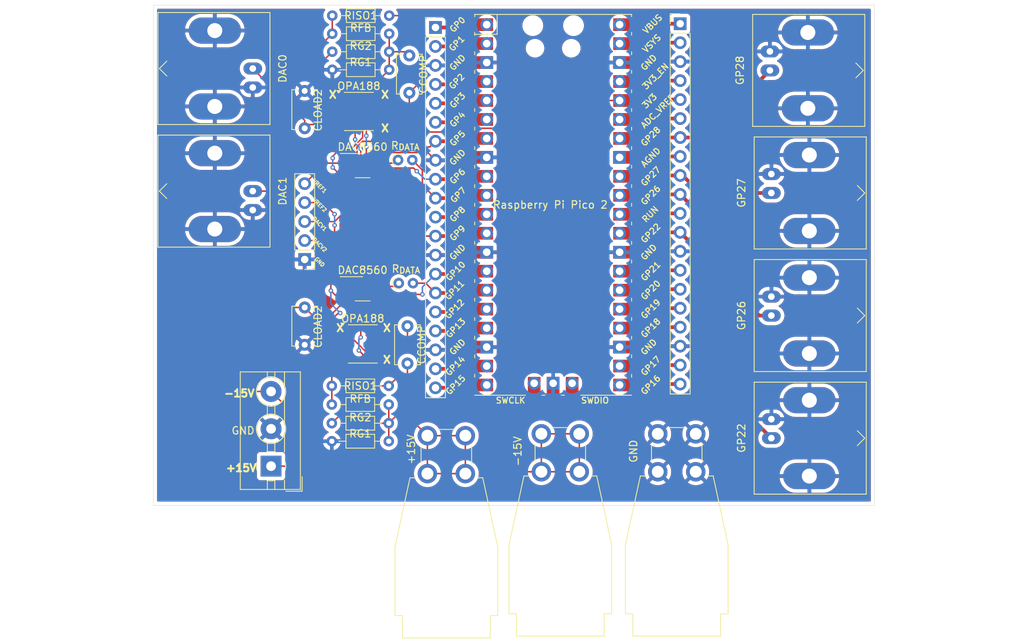
<source format=kicad_pcb>
(kicad_pcb (version 20240108) (generator "pcbnew") (generator_version "8.0")
  (layers (0 "F.Cu" signal) (31 "B.Cu" signal) (34 "B.Paste" user) (35 "F.Paste" user) (36 "B.SilkS" user "B.Silkscreen") (37 "F.SilkS" user "F.Silkscreen") (38 "B.Mask" user) (39 "F.Mask" user) (44 "Edge.Cuts" user))
  (net 0 "")
  (net 1 "GND")
  (footprint "Resistor_THT:R_Axial_DIN0204_L3.6mm_D1.6mm_P7.62mm_Horizontal" (layer "F.Cu") (at 122.81 82.913 180)
    (property "Reference" "RG1")
    (property "Value" " ")
  )
  (footprint "Connector:CalTest_CT3151" (layer "F.Cu") (at 143.17 136.75 90)
    (property "Reference" "-15V")
    (property "Value" "CalTest_CT3151" (hide yes))
  )
  (footprint "Resistor_THT:R_Axial_DIN0204_L3.6mm_D1.6mm_P7.62mm_Horizontal" (layer "F.Cu") (at 115.13 125.25)
    (property "Reference" "RISO1")
    (property "Value" " ")
  )
  (footprint "CustomFootprint:Untitled3" (layer "F.Cu") (at 100 115 -90)
    (property "Reference" "G***" (hide yes))
    (property "Value" "LOGO" (hide yes))
  )
  (footprint "Package_SO:VSSOP-8_3.0x3.0mm_P0.65mm" (layer "F.Cu") (at 119.25 95.75)
    (property "Reference" "DAC8560")
    (property "Value" " ")
  )
  (footprint "Resistor_THT:R_Axial_DIN0204_L3.6mm_D1.6mm_P7.62mm_Horizontal" (layer "F.Cu") (at 122.75 132.663 180)
    (property "Reference" "RG1")
    (property "Value" " ")
  )
  (footprint "Package_SO:VSSOP-8_3.0x3.0mm_P0.65mm" (layer "F.Cu") (at 119.25 112.25)
    (property "Reference" "DAC8560")
    (property "Value" " ")
  )
  (footprint "Capacitor_THT:C_Disc_D5.1mm_W3.2mm_P5.00mm" (layer "F.Cu") (at 111.5 119.75 90)
    (property "Reference" "CLOAD2")
    (property "Value" " ")
  )
  (footprint "Resistor_THT:R_Axial_DIN0204_L3.6mm_D1.6mm_P7.62mm_Horizontal" (layer "F.Cu") (at 122.75 127.75 180)
    (property "Reference" "RFB")
    (property "Value" " ")
  )
  (footprint "Connector_Coaxial:BNC_Amphenol_B6252HB-NPP3G-50_Horizontal" (layer "F.Cu") (at 173.75 83 -90)
    (property "Reference" "GP28")
    (property "Value" "BNC_Amphenol_B6252HB-NPP3G-50_Horizontal" (hide yes))
  )
  (footprint "Resistor_THT:R_Axial_DIN0204_L3.6mm_D1.6mm_P7.62mm_Horizontal" (layer "F.Cu") (at 122.75 130.25 180)
    (property "Reference" "RG2")
    (property "Value" " ")
  )
  (footprint "Connector_Coaxial:BNC_Amphenol_B6252HB-NPP3G-50_Horizontal" (layer "F.Cu") (at 173.95 99.416666 -90)
    (property "Reference" "GP27")
    (property "Value" "BNC_Amphenol_B6252HB-NPP3G-50_Horizontal" (hide yes))
  )
  (footprint "Package_SO:SOIC-8_3.9x4.9mm_P1.27mm" (layer "F.Cu") (at 118.75 88.5)
    (property "Reference" "OPA188")
    (property "Value" "SOIC-8_3.9x4.9mm_P1.27mm" (hide yes))
  )
  (footprint "Resistor_THT:R_Axial_DIN0204_L3.6mm_D1.6mm_P7.62mm_Horizontal" (layer "F.Cu") (at 122.81 78.087 180)
    (property "Reference" "RFB")
    (property "Value" " ")
  )
  (footprint "Connector:CalTest_CT3151" (layer "F.Cu") (at 158.75 136.75 90)
    (property "Reference" "GND")
    (property "Value" "CalTest_CT3151" (hide yes))
  )
  (footprint "Capacitor_THT:C_Disc_D5.1mm_W3.2mm_P5.00mm" (layer "F.Cu") (at 125.5 86 90)
    (property "Reference" "CCOMP")
    (property "Value" " ")
  )
  (footprint "Connector_Coaxial:BNC_Amphenol_B6252HB-NPP3G-50_Horizontal" (layer "F.Cu") (at 104.55 99.166668 90)
    (property "Reference" "DAC1")
    (property "Value" "BNC_Amphenol_B6252HB-NPP3G-50_Horizontal" (hide yes))
  )
  (footprint "MCU_RaspberryPi_and_Boards:RPi_Pico_SMD_TH" (layer "F.Cu") (at 144.75 101)
    (property "Reference" "Raspberry Pi Pico 2 ")
    (property "Value" "Raspberry Pi Pico 2 ")
  )
  (footprint "Connector:CalTest_CT3151" (layer "F.Cu") (at 127.92 137 90)
    (property "Reference" "+15V")
    (property "Value" "CalTest_CT3151" (hide yes))
  )
  (footprint "Resistor_THT:R_Axial_DIN0204_L3.6mm_D1.6mm_P7.62mm_Horizontal" (layer "F.Cu") (at 122.81 80.5 180)
    (property "Reference" "RG2")
    (property "Value" " ")
  )
  (footprint "Connector_PinHeader_2.54mm:PinHeader_1x20_P2.54mm_Vertical" (layer "F.Cu") (at 161.75 76.75)
    (property "Reference" " ")
    (property "Value" " ")
  )
  (footprint "TerminalBlock:TerminalBlock_MaiXu_MX126-5.0-03P_1x03_P5.00mm" (layer "F.Cu") (at 107 136 90)
    (property "Reference" "REF**" (hide yes))
    (property "Value" "TerminalBlock_MaiXu_MX126-5.0-03P_1x03_P5.00mm" (hide yes))
  )
  (footprint "Connector_Coaxial:BNC_Amphenol_B6252HB-NPP3G-50_Horizontal" (layer "F.Cu") (at 173.95 132.25 -90)
    (property "Reference" "GP22")
    (property "Value" "BNC_Amphenol_B6252HB-NPP3G-50_Horizontal" (hide yes))
  )
  (footprint "Capacitor_THT:C_Disc_D5.1mm_W3.2mm_P5.00mm" (layer "F.Cu") (at 125.25 122.25 90)
    (property "Reference" "CCOMP")
    (property "Value" " ")
  )
  (footprint "Capacitor_THT:C_Disc_D5.1mm_W3.2mm_P5.00mm" (layer "F.Cu") (at 111.5 90.75 90)
    (property "Reference" "CLOAD2")
    (property "Value" " ")
  )
  (footprint "Resistor_THT:R_Axial_DIN0204_L3.6mm_D1.6mm_P1.90mm_Vertical" (layer "F.Cu") (at 124 95)
    (property "Reference" "R_{DATA}")
    (property "Value" "R_Axial_DIN0204_L3.6mm_D1.6mm_P1.90mm_Vertical" (hide yes))
  )
  (footprint "Connector_PinHeader_2.54mm:PinHeader_1x20_P2.54mm_Vertical" (layer "F.Cu") (at 129 77.25)
    (property "Reference" " ")
    (property "Value" " ")
  )
  (footprint "Connector_Coaxial:BNC_Amphenol_B6252HB-NPP3G-50_Horizontal" (layer "F.Cu") (at 104.55 82.75 90)
    (property "Reference" "DAC0")
    (property "Value" "BNC_Amphenol_B6252HB-NPP3G-50_Horizontal" (hide yes))
  )
  (footprint "Resistor_THT:R_Axial_DIN0204_L3.6mm_D1.6mm_P7.62mm_Horizontal" (layer "F.Cu") (at 115.19 75.663)
    (property "Reference" "RISO1")
    (property "Value" " ")
  )
  (footprint "Connector_PinHeader_2.54mm:PinHeader_1x05_P2.54mm_Vertical" (layer "F.Cu") (at 111.5 108.325 180)
    (property "Reference" " ")
    (property "Value" " ")
  )
  (footprint "Connector_Coaxial:BNC_Amphenol_B6252HB-NPP3G-50_Horizontal" (layer "F.Cu") (at 173.95 115.833332 -90)
    (property "Reference" "GP26")
    (property "Value" "BNC_Amphenol_B6252HB-NPP3G-50_Horizontal" (hide yes))
  )
  (footprint "Package_SO:SOIC-8_3.9x4.9mm_P1.27mm" (layer "F.Cu") (at 119.275 119.635)
    (property "Reference" "OPA188")
    (property "Value" "SOIC-8_3.9x4.9mm_P1.27mm" (hide yes))
  )
  (footprint "Resistor_THT:R_Axial_DIN0204_L3.6mm_D1.6mm_P1.90mm_Vertical" (layer "F.Cu") (at 124.095 111.5)
    (property "Reference" "R_{DATA}")
    (property "Value" "R_Axial_DIN0204_L3.6mm_D1.6mm_P1.90mm_Vertical" (hide yes))
  )
  (gr_rect (start 91.25 74.25) (end 187.75 141.25) (stroke (width 0.05)) (fill none) (layer "Edge.Cuts"))
  (gr_text "LOGAN WALKER, CAI LAB, UM\n" (at 97.25 130.25 -90) (layer "F.Cu") (effects (font (size 0.75 0.75) (thickness 0.1875))))
  (gr_text "SimpleDAC Rev. 3 (06/09/25)" (at 99.024 130.25 270) (layer "F.Cu") (effects (font (size 0.75 0.75) (thickness 0.1875))))
  (gr_text "X" (at 115.25 86.25 0) (layer "F.SilkS") (effects (font (size 1 1) (thickness 0.25))))
  (gr_text "DACV1" (at 113.5 103.58 -45) (layer "F.SilkS") (effects (font (size 0.5 0.5) (thickness 0.125))))
  (gr_text "VREF1" (at 113.5 98.5 -45) (layer "F.SilkS") (effects (font (size 0.5 0.5) (thickness 0.125))))
  (gr_text "GND" (at 113.5 108.66 -45) (layer "F.SilkS") (effects (font (size 0.5 0.5) (thickness 0.125))))
  (gr_text "X" (at 116.25 117.5 0) (layer "F.SilkS") (effects (font (size 1 1) (thickness 0.25))))
  (gr_text "-15V" (at 102.75 126.25 0) (layer "F.SilkS") (effects (font (size 1 1) (thickness 0.25))))
  (gr_text "X" (at 122.25 86.25 0) (layer "F.SilkS") (effects (font (size 1 1) (thickness 0.25))))
  (gr_text "VREF2" (at 113.5 101.04 -45) (layer "F.SilkS") (effects (font (size 0.5 0.5) (thickness 0.125))))
  (gr_text "X" (at 122.5 121.75 0) (layer "F.SilkS") (effects (font (size 1 1) (thickness 0.25))))
  (gr_text "+15V" (at 103 136.25 0) (layer "F.SilkS") (effects (font (size 1 1) (thickness 0.25))))
  (gr_text "X" (at 122.25 90.75 0) (layer "F.SilkS") (effects (font (size 1 1) (thickness 0.25))))
  (gr_text "DACV2" (at 113.5 106.374 -45) (layer "F.SilkS") (effects (font (size 0.5 0.5) (thickness 0.125))))
  (gr_text "X" (at 122.5 117.5 0) (layer "F.SilkS") (effects (font (size 1 1) (thickness 0.25))))
  (gr_text "GND\n" (at 103.25 131.25 0) (layer "F.SilkS") (effects (font (size 1 1))))
  (segment (start 129 125.51) (end 135.48 125.51) (width 0.5) (layer "F.Cu") (net 0))
  (segment (start 114.25 121) (end 116.5 123.25) (width 0.2) (layer "F.Cu") (net 0))
  (segment (start 120.135 87.865) (end 121.225 87.865) (width 0.2) (layer "F.Cu") (net 0))
  (segment (start 120.25 124) (end 121.5 125.25) (width 0.2) (layer "F.Cu") (net 0))
  (segment (start 135.48 87.41) (end 135.86 87.03) (width 0.5) (layer "F.Cu") (net 0))
  (segment (start 121.225 89.135) (end 124.615 89.135) (width 0.2) (layer "F.Cu") (net 0))
  (segment (start 153.64 109.89) (end 154.89 109.89) (width 0.5) (layer "F.Cu") (net 0))
  (segment (start 121.5 125.25) (end 122.75 125.25) (width 0.2) (layer "F.Cu") (net 0))
  (segment (start 124.159 121.341) (end 123.75 121.75) (width 0.2) (layer "F.Cu") (net 0))
  (segment (start 120.5 110.5) (end 121.37787 110.5) (width 0.2) (layer "F.Cu") (net 0))
  (segment (start 118 134.25) (end 119.25 133) (width 0.2) (layer "F.Cu") (net 0))
  (segment (start 121.75 119) (end 120.25 119) (width 0.2) (layer "F.Cu") (net 0))
  (segment (start 153.64 122.59) (end 153.76 122.47) (width 0.5) (layer "F.Cu") (net 0))
  (segment (start 161.75 102.15) (end 153.76 102.15) (width 0.5) (layer "F.Cu") (net 0))
  (segment (start 124.925 96.075) (end 126.075 96.075) (width 0.2) (layer "F.Cu") (net 0))
  (segment (start 132 91.25) (end 132.5 90.75) (width 0.2) (layer "F.Cu") (net 0))
  (segment (start 129 117.89) (end 135.48 117.89) (width 0.5) (layer "F.Cu") (net 0))
  (segment (start 153.76 117.39) (end 161.75 117.39) (width 0.5) (layer "F.Cu") (net 0))
  (segment (start 120.25 113) (end 120.25 110.75) (width 0.2) (layer "F.Cu") (net 0))
  (segment (start 115.5 106.25) (end 115.5 103.75) (width 0.2) (layer "F.Cu") (net 0))
  (segment (start 153.64 112.43) (end 153.76 112.31) (width 0.5) (layer "F.Cu") (net 0))
  (segment (start 116.25 103.5) (end 118.5 101.25) (width 0.2) (layer "F.Cu") (net 0))
  (segment (start 135.48 79.79) (end 135.86 79.41) (width 0.5) (layer "F.Cu") (net 0))
  (segment (start 119.75 120.75) (end 118 119) (width 0.2) (layer "F.Cu") (net 0))
  (segment (start 127.25 96.35) (end 127.25 96.5) (width 0.2) (layer "F.Cu") (net 0))
  (segment (start 153.76 97.07) (end 153.64 97.19) (width 0.5) (layer "F.Cu") (net 0))
  (segment (start 122.81 78.087) (end 122.81 80.5) (width 0.2) (layer "F.Cu") (net 0))
  (segment (start 113.25 132.25) (end 113.25 133.25) (width 0.2) (layer "F.Cu") (net 0))
  (segment (start 122.81 82.913) (end 120.223 85.5) (width 0.2) (layer "F.Cu") (net 0))
  (segment (start 153.76 102.15) (end 153.64 102.27) (width 0.5) (layer "F.Cu") (net 0))
  (segment (start 135.48 100.11) (end 135.86 99.73) (width 0.5) (layer "F.Cu") (net 0))
  (segment (start 125.413 75.663) (end 127 77.25) (width 0.2) (layer "F.Cu") (net 0))
  (segment (start 148.25 136.75) (end 148.25 131.67) (width 0.2) (layer "F.Cu") (net 0))
  (segment (start 120.475 113.225) (end 120.25 113) (width 0.2) (layer "F.Cu") (net 0))
  (segment (start 129 105.19) (end 135.48 105.19) (width 0.5) (layer "F.Cu") (net 0))
  (segment (start 115.25 94.75) (end 115.25 94.5) (width 0.2) (layer "F.Cu") (net 0))
  (segment (start 117.905 90.405) (end 118.25 90.75) (width 0.2) (layer "F.Cu") (net 0))
  (segment (start 117.05 111.925) (end 115.925 111.925) (width 0.2) (layer "F.Cu") (net 0))
  (segment (start 113.5 121) (end 113.5 116.75) (width 0.2) (layer "F.Cu") (net 0))
  (segment (start 115.19 80.5) (end 114 81.69) (width 0.2) (layer "F.Cu") (net 0))
  (segment (start 114 93.75) (end 114 95.665) (width 0.2) (layer "F.Cu") (net 0))
  (segment (start 118.25 87.25) (end 117.635 87.865) (width 0.2) (layer "F.Cu") (net 0))
  (segment (start 123.5 118.5) (end 123.5 116.25) (width 0.2) (layer "F.Cu") (net 0))
  (segment (start 127.92 131.92) (end 133 131.92) (width 0.2) (layer "F.Cu") (net 0))
  (segment (start 126.075 96.075) (end 126.5 96.5) (width 0.2) (layer "F.Cu") (net 0))
  (segment (start 128.24 93.25) (end 129 92.49) (width 0.2) (layer "F.Cu") (net 0))
  (segment (start 161.75 104.69) (end 170.5 113.44) (width 0.5) (layer "F.Cu") (net 0))
  (segment (start 135.48 125.51) (end 135.86 125.13) (width 0.5) (layer "F.Cu") (net 0))
  (segment (start 171.75 109.61) (end 171.75 115.25) (width 0.5) (layer "F.Cu") (net 0))
  (segment (start 153.76 104.69) (end 161.75 104.69) (width 0.5) (layer "F.Cu") (net 0))
  (segment (start 121.75 120.27) (end 120.48 120.27) (width 0.2) (layer "F.Cu") (net 0))
  (segment (start 111.5 90.75) (end 111.5 89.7) (width 0.2) (layer "F.Cu") (net 0))
  (segment (start 107.75 100.25) (end 107.75 113.5) (width 0.2) (layer "F.Cu") (net 0))
  (segment (start 118.25 92.25) (end 118.25 90.75) (width 0.2) (layer "F.Cu") (net 0))
  (segment (start 135.48 105.19) (end 135.86 104.81) (width 0.5) (layer "F.Cu") (net 0))
  (segment (start 122.825 112.575) (end 123.25 113) (width 0.2) (layer "F.Cu") (net 0))
  (segment (start 121.45 96.075) (end 124.925 96.075) (width 0.2) (layer "F.Cu") (net 0))
  (segment (start 123.75 121.75) (end 123.75 124.25) (width 0.2) (layer "F.Cu") (net 0))
  (segment (start 153.76 89.45) (end 153.64 89.57) (width 0.5) (layer "F.Cu") (net 0))
  (segment (start 115.75 94) (end 117.25 94) (width 0.2) (layer "F.Cu") (net 0))
  (segment (start 126.5 92.5) (end 127.75 91.25) (width 0.2) (layer "F.Cu") (net 0))
  (segment (start 153.64 104.81) (end 153.76 104.69) (width 0.5) (layer "F.Cu") (net 0))
  (segment (start 120.25 130.25) (end 119.75 129.75) (width 0.2) (layer "F.Cu") (net 0))
  (segment (start 161.75 91.99) (end 164.76 91.99) (width 0.5) (layer "F.Cu") (net 0))
  (segment (start 129 77.25) (end 135.48 77.25) (width 0.5) (layer "F.Cu") (net 0))
  (segment (start 115.13 125.25) (end 115.13 122.63) (width 0.2) (layer "F.Cu") (net 0))
  (segment (start 118.5 93.25) (end 118.875 92.875) (width 0.2) (layer "F.Cu") (net 0))
  (segment (start 153.64 117.51) (end 153.76 117.39) (width 0.5) (layer "F.Cu") (net 0))
  (segment (start 103.75 127) (end 104.75 126) (width 0.2) (layer "F.Cu") (net 0))
  (segment (start 153.76 94.53) (end 153.64 94.65) (width 0.5) (layer "F.Cu") (net 0))
  (segment (start 123 119) (end 123.5 118.5) (width 0.2) (layer "F.Cu") (net 0))
  (segment (start 107 136) (end 122.5 136) (width 0.2) (layer "F.Cu") (net 0))
  (segment (start 164.76 91.99) (end 173.75 83) (width 0.5) (layer "F.Cu") (net 0))
  (segment (start 115 107) (end 115 112.5) (width 0.2) (layer "F.Cu") (net 0))
  (segment (start 114.25 134.25) (end 118 134.25) (width 0.2) (layer "F.Cu") (net 0))
  (segment (start 117.05 112.575) (end 117.05 113.225) (width 0.2) (layer "F.Cu") (net 0))
  (segment (start 161.75 97.07) (end 162.07 97.07) (width 0.5) (layer "F.Cu") (net 0))
  (segment (start 127.25 98.36) (end 129 100.11) (width 0.2) (layer "F.Cu") (net 0))
  (segment (start 135.48 84.87) (end 135.86 84.49) (width 0.5) (layer "F.Cu") (net 0))
  (segment (start 120.725 96.725) (end 120.25 96.25) (width 0.2) (layer "F.Cu") (net 0))
  (segment (start 135.48 97.57) (end 135.86 97.19) (width 0.5) (layer "F.Cu") (net 0))
  (segment (start 170.5 128.8) (end 173.95 132.25) (width 0.5) (layer "F.Cu") (net 0))
  (segment (start 115 119.75) (end 115 116.5) (width 0.2) (layer "F.Cu") (net 0))
  (segment (start 113.25 90) (end 113 90.25) (width 0.2) (layer "F.Cu") (net 0))
  (segment (start 122.81 80.5) (end 125 80.5) (width 0.2) (layer "F.Cu") (net 0))
  (segment (start 153.64 84.49) (end 153.76 84.37) (width 0.5) (layer "F.Cu") (net 0))
  (segment (start 125.5 129.5) (end 125.5 129) (width 0.2) (layer "F.Cu") (net 0))
  (segment (start 120.48 120.27) (end 120.25 120.5) (width 0.2) (layer "F.Cu") (net 0))
  (segment (start 129 115.35) (end 135.48 115.35) (width 0.5) (layer "F.Cu") (net 0))
  (segment (start 127.75 91.25) (end 132 91.25) (width 0.2) (layer "F.Cu") (net 0))
  (segment (start 127.92 137) (end 127.92 131.92) (width 0.2) (layer "F.Cu") (net 0))
  (segment (start 153.64 114.97) (end 154.72 114.97) (width 0.5) (layer "F.Cu") (net 0))
  (segment (start 115.975 96.725) (end 115.25 96) (width 0.2) (layer "F.Cu") (net 0))
  (segment (start 121.45 113.225) (end 120.475 113.225) (width 0.2) (layer "F.Cu") (net 0))
  (segment (start 118.5 94) (end 118.5 93.25) (width 0.2) (layer "F.Cu") (net 0))
  (segment (start 120.25 94.425) (end 121.175 93.5) (width 0.2) (layer "F.Cu") (net 0))
  (segment (start 113.25 133.25) (end 114.25 134.25) (width 0.2) (layer "F.Cu") (net 0))
  (segment (start 122.81 82.913) (end 122.81 80.5) (width 0.2) (layer "F.Cu") (net 0))
  (segment (start 135.48 77.25) (end 135.86 76.87) (width 0.5) (layer "F.Cu") (net 0))
  (segment (start 118.25 86) (end 118.25 87.25) (width 0.2) (layer "F.Cu") (net 0))
  (segment (start 129 87.41) (end 135.48 87.41) (width 0.5) (layer "F.Cu") (net 0))
  (segment (start 111.5 105.785) (end 113.785 105.785) (width 0.2) (layer "F.Cu") (net 0))
  (segment (start 123.75 124.25) (end 122.75 125.25) (width 0.2) (layer "F.Cu") (net 0))
  (segment (start 116.5 123.25) (end 116.5 128.88) (width 0.2) (layer "F.Cu") (net 0))
  (segment (start 129 110.27) (end 135.48 110.27) (width 0.5) (layer "F.Cu") (net 0))
  (segment (start 122.75 127.75) (end 122.75 130.25) (width 0.2) (layer "F.Cu") (net 0))
  (segment (start 117.725 94.775) (end 118.5 94) (width 0.2) (layer "F.Cu") (net 0))
  (segment (start 143.17 136.75) (end 148.25 136.75) (width 0.2) (layer "F.Cu") (net 0))
  (segment (start 134.75 139.5) (end 105.25 139.5) (width 0.2) (layer "F.Cu") (net 0))
  (segment (start 161.75 99.61) (end 171.75 109.61) (width 0.5) (layer "F.Cu") (net 0))
  (segment (start 135.48 102.65) (end 135.86 102.27) (width 0.5) (layer "F.Cu") (net 0))
  (segment (start 125.5 88.25) (end 125.5 86) (width 0.2) (layer "F.Cu") (net 0))
  (segment (start 121.175 93.5) (end 127.75 93.5) (width 0.2) (layer "F.Cu") (net 0))
  (segment (start 119.25 92.5) (end 120 92.5) (width 0.2) (layer "F.Cu") (net 0))
  (segment (start 106.666668 99.166668) (end 107.75 100.25) (width 0.2) (layer "F.Cu") (net 0))
  (segment (start 118.5 114) (end 118.25 114.25) (width 0.2) (layer "F.Cu") (net 0))
  (segment (start 161.75 89.45) (end 153.76 89.45) (width 0.5) (layer "F.Cu") (net 0))
  (segment (start 153.76 86.91) (end 153.64 87.03) (width 0.5) (layer "F.Cu") (net 0))
  (segment (start 113.785 105.785) (end 115 107) (width 0.2) (layer "F.Cu") (net 0))
  (segment (start 117.05 101.25) (end 117.05 101.7) (width 0.2) (layer "F.Cu") (net 0))
  (segment (start 124.615 89.135) (end 125.5 88.25) (width 0.2) (layer "F.Cu") (net 0))
  (segment (start 109 114.75) (end 111.5 114.75) (width 0.2) (layer "F.Cu") (net 0))
  (segment (start 118 119) (end 116.8 119) (width 0.2) (layer "F.Cu") (net 0))
  (segment (start 118.5 112.25) (end 118.5 114) (width 0.2) (layer "F.Cu") (net 0))
  (segment (start 135.48 122.97) (end 135.86 122.59) (width 0.5) (layer "F.Cu") (net 0))
  (segment (start 161.75 99.61) (end 153.76 99.61) (width 0.5) (layer "F.Cu") (net 0))
  (segment (start 118.5 101.25) (end 118.5 94.75) (width 0.2) (layer "F.Cu") (net 0))
  (segment (start 119.25 121) (end 118.75 120.5) (width 0.2) (layer "F.Cu") (net 0))
  (segment (start 121.45 96.725) (end 120.725 96.725) (width 0.2) (layer "F.Cu") (net 0))
  (segment (start 120.25 110.75) (end 120.5 110.5) (width 0.2) (layer "F.Cu") (net 0))
  (segment (start 135.48 110.27) (end 135.86 109.89) (width 0.5) (layer "F.Cu") (net 0))
  (segment (start 119 122.5) (end 118.04 121.54) (width 0.2) (layer "F.Cu") (net 0))
  (segment (start 126.75 127.75) (end 125.5 129) (width 0.2) (layer "F.Cu") (net 0))
  (segment (start 116.5 114.25) (end 114.25 116.5) (width 0.2) (layer "F.Cu") (net 0))
  (segment (start 115 116.5) (end 116 115.5) (width 0.2) (layer "F.Cu") (net 0))
  (segment (start 121.45 111.925) (end 123.67 111.925) (width 0.2) (layer "F.Cu") (net 0))
  (segment (start 129 84.87) (end 135.48 84.87) (width 0.5) (layer "F.Cu") (net 0))
  (segment (start 125.995 111.5) (end 127.69 111.5) (width 0.2) (layer "F.Cu") (net 0))
  (segment (start 120.25 119) (end 119.75 118.5) (width 0.2) (layer "F.Cu") (net 0))
  (segment (start 115.13 125.25) (end 115.13 127.75) (width 0.2) (layer "F.Cu") (net 0))
  (segment (start 125 80.5) (end 125.5 81) (width 0.2) (layer "F.Cu") (net 0))
  (segment (start 127 84.5) (end 125.5 86) (width 0.2) (layer "F.Cu") (net 0))
  (segment (start 127.75 93.5) (end 128 93.25) (width 0.2) (layer "F.Cu") (net 0))
  (segment (start 129 102.65) (end 135.48 102.65) (width 0.5) (layer "F.Cu") (net 0))
  (segment (start 119.25 122.5) (end 119 122.5) (width 0.2) (layer "F.Cu") (net 0))
  (segment (start 121.45 95.425) (end 123.575 95.425) (width 0.2) (layer "F.Cu") (net 0))
  (segment (start 113.0825 96.5825) (end 111.5 98.165) (width 0.2) (layer "F.Cu") (net 0))
  (segment (start 153.76 76.75) (end 161.75 76.75) (width 0.5) (layer "F.Cu") (net 0))
  (segment (start 154.89 109.89) (end 155.01 109.77) (width 0.5) (layer "F.Cu") (net 0))
  (segment (start 122.75 130.25) (end 125.25 127.75) (width 0.2) (layer "F.Cu") (net 0))
  (segment (start 104.55 99.166668) (end 106.666668 99.166668) (width 0.2) (layer "F.Cu") (net 0))
  (segment (start 135.48 115.35) (end 135.86 114.97) (width 0.5) (layer "F.Cu") (net 0))
  (segment (start 115.13 122.63) (end 113.5 121) (width 0.2) (layer "F.Cu") (net 0))
  (segment (start 127 77.25) (end 127 84.5) (width 0.2) (layer "F.Cu") (net 0))
  (segment (start 135.48 92.49) (end 135.86 92.11) (width 0.5) (layer "F.Cu") (net 0))
  (segment (start 143.17 131.67) (end 143.17 136.75) (width 0.2) (layer "F.Cu") (net 0))
  (segment (start 113.5 116.75) (end 113.375 116.625) (width 0.2) (layer "F.Cu") (net 0))
  (segment (start 117.05 95.425) (end 114.24 95.425) (width 0.2) (layer "F.Cu") (net 0))
  (segment (start 124.159 120.341) (end 124.159 121.341) (width 0.2) (layer "F.Cu") (net 0))
  (segment (start 129 97.57) (end 135.48 97.57) (width 0.5) (layer "F.Cu") (net 0))
  (segment (start 153.76 122.47) (end 161.75 122.47) (width 0.5) (layer "F.Cu") (net 0))
  (segment (start 118.875 92.875) (end 119.25 92.5) (width 0.2) (layer "F.Cu") (net 0))
  (segment (start 154.84 114.85) (end 161.75 114.85) (width 0.5) (layer "F.Cu") (net 0))
  (segment (start 161.75 97.07) (end 153.76 97.07) (width 0.5) (layer "F.Cu") (net 0))
  (segment (start 114 81.69) (end 114 93.75) (width 0.2) (layer "F.Cu") (net 0))
  (segment (start 127.92 137) (end 133 137) (width 0.2) (layer "F.Cu") (net 0))
  (segment (start 107 126) (end 113.25 132.25) (width 0.2) (layer "F.Cu") (net 0))
  (segment (start 153.76 99.61) (end 153.64 99.73) (width 0.5) (layer "F.Cu") (net 0))
  (segment (start 121.37787 110.5) (end 126.68787 105.19) (width 0.2) (layer "F.Cu") (net 0))
  (segment (start 122.75 130.25) (end 122.75 132.663) (width 0.2) (layer "F.Cu") (net 0))
  (segment (start 107.75 113.5) (end 109 114.75) (width 0.2) (layer "F.Cu") (net 0))
  (segment (start 126.68787 105.19) (end 129 105.19) (width 0.2) (layer "F.Cu") (net 0))
  (segment (start 115.5 106.25) (end 115.5 111.5) (width 0.2) (layer "F.Cu") (net 0))
  (segment (start 124.5 134) (end 124.5 130) (width 0.2) (layer "F.Cu") (net 0))
  (segment (start 115.25 94.5) (end 115.75 94) (width 0.2) (layer "F.Cu") (net 0))
  (segment (start 104.75 126) (end 107 126) (width 0.2) (layer "F.Cu") (net 0))
  (segment (start 135.48 89.95) (end 135.86 89.57) (width 0.5) (layer "F.Cu") (net 0))
  (segment (start 111.5 114.75) (end 113.375 116.625) (width 0.2) (layer "F.Cu") (net 0))
  (segment (start 119.25 122.5) (end 119.25 121) (width 0.2) (layer "F.Cu") (net 0))
  (segment (start 115.19 78.087) (end 113.25 80.027) (width 0.2) (layer "F.Cu") (net 0))
  (segment (start 120.25 96.25) (end 120.25 94.425) (width 0.2) (layer "F.Cu") (net 0))
  (segment (start 126.75 121.75) (end 126.75 121.5) (width 0.2) (layer "F.Cu") (net 0))
  (segment (start 153.64 76.87) (end 153.76 76.75) (width 0.5) (layer "F.Cu") (net 0))
  (segment (start 116.5 128.88) (end 115.13 130.25) (width 0.2) (layer "F.Cu") (net 0))
  (segment (start 154.72 114.97) (end 154.84 114.85) (width 0.5) (layer "F.Cu") (net 0))
  (segment (start 115.5 103.25) (end 115.495 103.245) (width 0.2) (layer "F.Cu") (net 0))
  (segment (start 118.25 114.25) (end 116.5 114.25) (width 0.2) (layer "F.Cu") (net 0))
  (segment (start 119.75 118.5) (end 119.75 93.25) (width 0.2) (layer "F.Cu") (net 0))
  (segment (start 116 115.5) (end 116.25 115.5) (width 0.2) (layer "F.Cu") (net 0))
  (segment (start 143.17 136.75) (end 137.5 136.75) (width 0.2) (layer "F.Cu") (net 0))
  (segment (start 164.416666 99.416666) (end 173.95 99.416666) (width 0.5) (layer "F.Cu") (net 0))
  (segment (start 123.67 111.925) (end 124.095 111.5) (width 0.2) (layer "F.Cu") (net 0))
  (segment (start 117.05 111.925) (end 118.175 111.925) (width 0.2) (layer "F.Cu") (net 0))
  (segment (start 153.76 84.37) (end 161.75 84.37) (width 0.5) (layer "F.Cu") (net 0))
  (segment (start 116.775 111.275) (end 116.25 110.75) (width 0.2) (layer "F.Cu") (net 0))
  (segment (start 117.05 101.7) (end 115.5 103.25) (width 0.2) (layer "F.Cu") (net 0))
  (segment (start 121.75 119) (end 123 119) (width 0.2) (layer "F.Cu") (net 0))
  (segment (start 120.25 120.5) (end 120.25 124) (width 0.2) (layer "F.Cu") (net 0))
  (segment (start 117.635 87.865) (end 116.275 87.865) (width 0.2) (layer "F.Cu") (net 0))
  (segment (start 118.04 121.54) (end 116.8 121.54) (width 0.2) (layer "F.Cu") (net 0))
  (segment (start 119.135 89.135) (end 116.275 89.135) (width 0.2) (layer "F.Cu") (net 0))
  (segment (start 172.333332 115.833332) (end 173.95 115.833332) (width 0.5) (layer "F.Cu") (net 0))
  (segment (start 123.575 95.425) (end 124 95) (width 0.2) (layer "F.Cu") (net 0))
  (segment (start 125.25 119.25) (end 125.25 117.25) (width 0.2) (layer "F.Cu") (net 0))
  (segment (start 116.25 110.75) (end 116.25 103.5) (width 0.2) (layer "F.Cu") (net 0))
  (segment (start 129 92.49) (end 135.48 92.49) (width 0.5) (layer "F.Cu") (net 0))
  (segment (start 118.5 94.75) (end 118.5 94) (width 0.2) (layer "F.Cu") (net 0))
  (segment (start 127.92 131.92) (end 125.5 129.5) (width 0.2) (layer "F.Cu") (net 0))
  (segment (start 151.22 87.03) (end 153.64 87.03) (width 0.2) (layer "F.Cu") (net 0))
  (segment (start 119.75 129.75) (end 119.75 120.75) (width 0.2) (layer "F.Cu") (net 0))
  (segment (start 118.175 111.925) (end 118.5 112.25) (width 0.2) (layer "F.Cu") (net 0))
  (segment (start 155.01 109.77) (end 161.75 109.77) (width 0.5) (layer "F.Cu") (net 0))
  (segment (start 170.5 113.44) (end 170.5 128.8) (width 0.5) (layer "F.Cu") (net 0))
  (segment (start 119.25 89.25) (end 119.135 89.135) (width 0.2) (layer "F.Cu") (net 0))
  (segment (start 161.75 94.53) (end 153.76 94.53) (width 0.5) (layer "F.Cu") (net 0))
  (segment (start 125.25 127.75) (end 125.25 122.25) (width 0.2) (layer "F.Cu") (net 0))
  (segment (start 115 112.5) (end 115.725 113.225) (width 0.2) (layer "F.Cu") (net 0))
  (segment (start 153.76 79.29) (end 161.75 79.29) (width 0.5) (layer "F.Cu") (net 0))
  (segment (start 117.25 94) (end 119.25 92) (width 0.2) (layer "F.Cu") (net 0))
  (segment (start 123.25 113) (end 127.25 113) (width 0.2) (layer "F.Cu") (net 0))
  (segment (start 111.5 100.705) (end 113.955 100.705) (width 0.2) (layer "F.Cu") (net 0))
  (segment (start 119.25 133) (end 119.25 122.5) (width 0.2) (layer "F.Cu") (net 0))
  (segment (start 116.8 120.27) (end 115.52 120.27) (width 0.2) (layer "F.Cu") (net 0))
  (segment (start 137.5 136.75) (end 134.75 139.5) (width 0.2) (layer "F.Cu") (net 0))
  (segment (start 119.75 91.75) (end 119.75 88.25) (width 0.2) (layer "F.Cu") (net 0))
  (segment (start 147.5 90.75) (end 151.22 87.03) (width 0.2) (layer "F.Cu") (net 0))
  (segment (start 124.159 120.341) (end 125.25 119.25) (width 0.2) (layer "F.Cu") (net 0))
  (segment (start 135.48 112.81) (end 135.86 112.43) (width 0.5) (layer "F.Cu") (net 0))
  (segment (start 161.75 91.99) (end 153.76 91.99) (width 0.5) (layer "F.Cu") (net 0))
  (segment (start 113.25 80.027) (end 113.25 90) (width 0.2) (layer "F.Cu") (net 0))
  (segment (start 119.25 92) (end 119.25 89.25) (width 0.2) (layer "F.Cu") (net 0))
  (segment (start 114 95.665) (end 113.0825 96.5825) (width 0.2) (layer "F.Cu") (net 0))
  (segment (start 153.76 91.99) (end 153.64 92.11) (width 0.5) (layer "F.Cu") (net 0))
  (segment (start 121.45 112.575) (end 122.825 112.575) (width 0.2) (layer "F.Cu") (net 0))
  (segment (start 123.5 116.25) (end 124.25 115.5) (width 0.2) (layer "F.Cu") (net 0))
  (segment (start 129 122.97) (end 135.48 122.97) (width 0.5) (layer "F.Cu") (net 0))
  (segment (start 143.17 131.67) (end 148.25 131.67) (width 0.2) (layer "F.Cu") (net 0))
  (segment (start 129 112.81) (end 135.48 112.81) (width 0.5) (layer "F.Cu") (net 0))
  (segment (start 117.05 94.775) (end 117.725 94.775) (width 0.2) (layer "F.Cu") (net 0))
  (segment (start 115.925 111.925) (end 115.5 111.5) (width 0.2) (layer "F.Cu") (net 0))
  (segment (start 129 79.79) (end 135.48 79.79) (width 0.5) (layer "F.Cu") (net 0))
  (segment (start 120.223 85.5) (end 118.75 85.5) (width 0.2) (layer "F.Cu") (net 0))
  (segment (start 105.25 139.5) (end 103.75 138) (width 0.2) (layer "F.Cu") (net 0))
  (segment (start 113.955 100.705) (end 115.5 102.25) (width 0.2) (layer "F.Cu") (net 0))
  (segment (start 133 131.92) (end 133 137) (width 0.2) (layer "F.Cu") (net 0))
  (segment (start 126 115.5) (end 126.75 116.25) (width 0.2) (layer "F.Cu") (net 0))
  (segment (start 153.76 125.01) (end 161.75 125.01) (width 0.5) (layer "F.Cu") (net 0))
  (segment (start 119.75 88.25) (end 120.135 87.865) (width 0.2) (layer "F.Cu") (net 0))
  (segment (start 114.25 116.5) (end 114.25 121) (width 0.2) (layer "F.Cu") (net 0))
  (segment (start 127.69 111.5) (end 129 112.81) (width 0.2) (layer "F.Cu") (net 0))
  (segment (start 122.5 136) (end 124.5 134) (width 0.2) (layer "F.Cu") (net 0))
  (segment (start 122.75 130.25) (end 120.25 130.25) (width 0.2) (layer "F.Cu") (net 0))
  (segment (start 116.275 90.405) (end 117.905 90.405) (width 0.2) (layer "F.Cu") (net 0))
  (segment (start 129 100.11) (end 135.48 100.11) (width 0.5) (layer "F.Cu") (net 0))
  (segment (start 120 92.5) (end 126.5 92.5) (width 0.2) (layer "F.Cu") (net 0))
  (segment (start 128 93.25) (end 128.24 93.25) (width 0.2) (layer "F.Cu") (net 0))
  (segment (start 115.725 113.225) (end 117.05 113.225) (width 0.2) (layer "F.Cu") (net 0))
  (segment (start 135.48 117.89) (end 135.86 117.51) (width 0.5) (layer "F.Cu") (net 0))
  (segment (start 122.81 75.663) (end 125.413 75.663) (width 0.2) (layer "F.Cu") (net 0))
  (segment (start 117.05 96.725) (end 115.975 96.725) (width 0.2) (layer "F.Cu") (net 0))
  (segment (start 112 90.25) (end 111.5 90.75) (width 0.2) (layer "F.Cu") (net 0))
  (segment (start 118.75 85.5) (end 118.25 86) (width 0.2) (layer "F.Cu") (net 0))
  (segment (start 117.05 96.075) (end 117.05 96.725) (width 0.2) (layer "F.Cu") (net 0))
  (segment (start 111.5 89.7) (end 104.55 82.75) (width 0.2) (layer "F.Cu") (net 0))
  (segment (start 115.495 103.245) (end 111.5 103.245) (width 0.2) (layer "F.Cu") (net 0))
  (segment (start 115.52 120.27) (end 115 119.75) (width 0.2) (layer "F.Cu") (net 0))
  (segment (start 115.19 78.087) (end 115.19 75.663) (width 0.2) (layer "F.Cu") (net 0))
  (segment (start 162.07 97.07) (end 164.416666 99.416666) (width 0.5) (layer "F.Cu") (net 0))
  (segment (start 117.05 96.725) (end 117.05 101.25) (width 0.2) (layer "F.Cu") (net 0))
  (segment (start 126.75 116.25) (end 126.75 127.75) (width 0.2) (layer "F.Cu") (net 0))
  (segment (start 114.24 95.425) (end 113.0825 96.5825) (width 0.2) (layer "F.Cu") (net 0))
  (segment (start 113 90.25) (end 112 90.25) (width 0.2) (layer "F.Cu") (net 0))
  (segment (start 129 89.95) (end 135.48 89.95) (width 0.5) (layer "F.Cu") (net 0))
  (segment (start 153.76 112.31) (end 161.75 112.31) (width 0.5) (layer "F.Cu") (net 0))
  (segment (start 171.75 115.25) (end 172.333332 115.833332) (width 0.5) (layer "F.Cu") (net 0))
  (segment (start 161.75 86.91) (end 153.76 86.91) (width 0.5) (layer "F.Cu") (net 0))
  (segment (start 132.5 90.75) (end 147.5 90.75) (width 0.2) (layer "F.Cu") (net 0))
  (segment (start 119 93.5) (end 119 118.75) (width 0.2) (layer "F.Cu") (net 0))
  (segment (start 103.75 138) (end 103.75 127) (width 0.2) (layer "F.Cu") (net 0))
  (segment (start 117.042 120.341) (end 116.091 120.341) (width 0.2) (layer "F.Cu") (net 0))
  (segment (start 124.5 130) (end 125.5 129) (width 0.2) (layer "F.Cu") (net 0))
  (segment (start 153.64 79.41) (end 153.76 79.29) (width 0.5) (layer "F.Cu") (net 0))
  (segment (start 124.25 115.5) (end 126 115.5) (width 0.2) (layer "F.Cu") (net 0))
  (segment (start 125.9 95) (end 127.25 96.35) (width 0.2) (layer "F.Cu") (net 0))
  (segment (start 127.25 96.5) (end 127.25 98.36) (width 0.2) (layer "F.Cu") (net 0))
  (segment (start 153.64 125.13) (end 153.76 125.01) (width 0.5) (layer "F.Cu") (net 0))
  (segment (start 117.05 111.275) (end 116.775 111.275) (width 0.2) (layer "F.Cu") (net 0))
  (via (at 118.25 92.25) (size 0.6) (drill 0.3) (layers "F.Cu" "B.Cu") (net 0))
  (via (at 119 93.5) (size 0.6) (drill 0.3) (layers "F.Cu" "B.Cu") (net 0))
  (via (at 119.75 93.25) (size 0.6) (drill 0.3) (layers "F.Cu" "B.Cu") (net 0))
  (via (at 127.25 113) (size 0.6) (drill 0.3) (layers "F.Cu" "B.Cu") (net 0))
  (via (at 115.5 103.75) (size 0.6) (drill 0.3) (layers "F.Cu" "B.Cu") (net 0))
  (via (at 115 112.5) (size 0.6) (drill 0.3) (layers "F.Cu" "B.Cu") (net 0))
  (via (at 115.25 96) (size 0.6) (drill 0.3) (layers "F.Cu" "B.Cu") (net 0))
  (via (at 116.25 115.5) (size 0.6) (drill 0.3) (layers "F.Cu" "B.Cu") (net 0))
  (via (at 115.25 94.75) (size 0.6) (drill 0.3) (layers "F.Cu" "B.Cu") (net 0))
  (via (at 115.5 102.25) (size 0.6) (drill 0.3) (layers "F.Cu" "B.Cu") (net 0))
  (via (at 126.5 96.5) (size 0.6) (drill 0.3) (layers "F.Cu" "B.Cu") (net 0))
  (via (at 119.75 91.75) (size 0.6) (drill 0.3) (layers "F.Cu" "B.Cu") (net 0))
  (via (at 119 118.75) (size 0.6) (drill 0.3) (layers "F.Cu" "B.Cu") (net 0))
  (via (at 118.75 120.5) (size 0.6) (drill 0.3) (layers "F.Cu" "B.Cu") (net 0))
  (segment (start 118.25 92.25) (end 118.25 92.75) (width 0.2) (layer "B.Cu") (net 0))
  (segment (start 127.25 112.02) (end 129 110.27) (width 0.2) (layer "B.Cu") (net 0))
  (segment (start 116.25 115.5) (end 115 114.25) (width 0.2) (layer "B.Cu") (net 0))
  (segment (start 118.25 92.75) (end 119 93.5) (width 0.2) (layer "B.Cu") (net 0))
  (segment (start 126.5 96.5) (end 127.57 97.57) (width 0.2) (layer "B.Cu") (net 0))
  (segment (start 115.25 96) (end 115.25 94.75) (width 0.2) (layer "B.Cu") (net 0))
  (segment (start 127.25 113) (end 127.25 112.02) (width 0.2) (layer "B.Cu") (net 0))
  (segment (start 115.5 103.75) (end 115.5 102.25) (width 0.2) (layer "B.Cu") (net 0))
  (segment (start 119.75 93.25) (end 119.75 91.75) (width 0.2) (layer "B.Cu") (net 0))
  (segment (start 127.57 97.57) (end 129 97.57) (width 0.2) (layer "B.Cu") (net 0))
  (segment (start 118.75 120.5) (end 118.75 119) (width 0.2) (layer "B.Cu") (net 0))
  (segment (start 118.75 119) (end 119 118.75) (width 0.2) (layer "B.Cu") (net 0))
  (segment (start 115 114.25) (end 115 112.5) (width 0.2) (layer "B.Cu") (net 0))
  (segment (start 157.2 81.95) (end 157.32 81.83) (width 0.5) (layer "F.Cu") (net 1))
  (segment (start 129 95.03) (end 135.48 95.03) (width 0.5) (layer "F.Cu") (net 1))
  (segment (start 153.76 107.23) (end 161.75 107.23) (width 0.5) (layer "F.Cu") (net 1))
  (segment (start 153.64 120.05) (end 153.76 119.93) (width 0.5) (layer "F.Cu") (net 1))
  (segment (start 121.725 111.275) (end 125.27 107.73) (width 0.2) (layer "F.Cu") (net 1))
  (segment (start 129 82.33) (end 135.48 82.33) (width 0.5) (layer "F.Cu") (net 1))
  (segment (start 135.48 120.43) (end 135.86 120.05) (width 0.5) (layer "F.Cu") (net 1))
  (segment (start 125.27 107.73) (end 129 107.73) (width 0.2) (layer "F.Cu") (net 1))
  (segment (start 135.48 95.03) (end 135.86 94.65) (width 0.5) (layer "F.Cu") (net 1))
  (segment (start 122.225 94) (end 127.97 94) (width 0.2) (layer "F.Cu") (net 1))
  (segment (start 157.32 81.83) (end 161.75 81.83) (width 0.5) (layer "F.Cu") (net 1))
  (segment (start 129 120.43) (end 135.48 120.43) (width 0.5) (layer "F.Cu") (net 1))
  (segment (start 121.45 111.275) (end 121.725 111.275) (width 0.2) (layer "F.Cu") (net 1))
  (segment (start 135.48 107.73) (end 135.86 107.35) (width 0.5) (layer "F.Cu") (net 1))
  (segment (start 153.64 81.95) (end 157.2 81.95) (width 0.5) (layer "F.Cu") (net 1))
  (segment (start 129 107.73) (end 135.48 107.73) (width 0.5) (layer "F.Cu") (net 1))
  (segment (start 153.76 119.93) (end 161.75 119.93) (width 0.5) (layer "F.Cu") (net 1))
  (segment (start 127.97 94) (end 129 95.03) (width 0.2) (layer "F.Cu") (net 1))
  (segment (start 135.48 82.33) (end 135.86 81.95) (width 0.5) (layer "F.Cu") (net 1))
  (segment (start 153.64 107.35) (end 153.76 107.23) (width 0.5) (layer "F.Cu") (net 1))
  (segment (start 121.45 94.775) (end 122.225 94) (width 0.2) (layer "F.Cu") (net 1))
  (zone (net 1) (net_name "GND") (layers "F&B.Cu") (connect_pads (clearance 0.5)) (min_thickness 0.25) (fill yes (thermal_gap 0.5) (thermal_bridge_width 0.5))
    (polygon (pts (xy 91.25 74.25) (xy 91.25 141.25) (xy 187.75 141.25) (xy 187.75 74.25)))
  )
)
</source>
